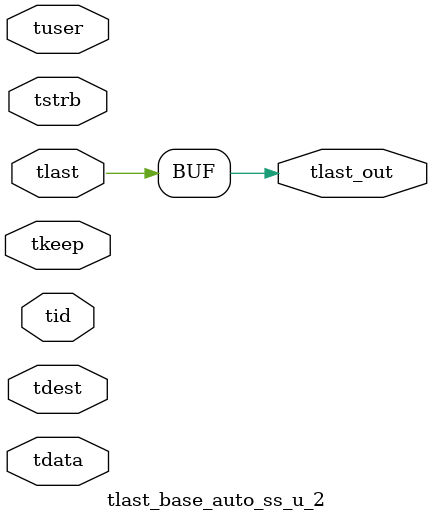
<source format=v>


`timescale 1ps/1ps

module tlast_base_auto_ss_u_2 #
(
parameter C_S_AXIS_TID_WIDTH   = 1,
parameter C_S_AXIS_TUSER_WIDTH = 0,
parameter C_S_AXIS_TDATA_WIDTH = 0,
parameter C_S_AXIS_TDEST_WIDTH = 0
)
(
input  [(C_S_AXIS_TID_WIDTH   == 0 ? 1 : C_S_AXIS_TID_WIDTH)-1:0       ] tid,
input  [(C_S_AXIS_TDATA_WIDTH == 0 ? 1 : C_S_AXIS_TDATA_WIDTH)-1:0     ] tdata,
input  [(C_S_AXIS_TUSER_WIDTH == 0 ? 1 : C_S_AXIS_TUSER_WIDTH)-1:0     ] tuser,
input  [(C_S_AXIS_TDEST_WIDTH == 0 ? 1 : C_S_AXIS_TDEST_WIDTH)-1:0     ] tdest,
input  [(C_S_AXIS_TDATA_WIDTH/8)-1:0 ] tkeep,
input  [(C_S_AXIS_TDATA_WIDTH/8)-1:0 ] tstrb,
input  [0:0]                                                             tlast,
output                                                                   tlast_out
);

assign tlast_out = {tlast};

endmodule


</source>
